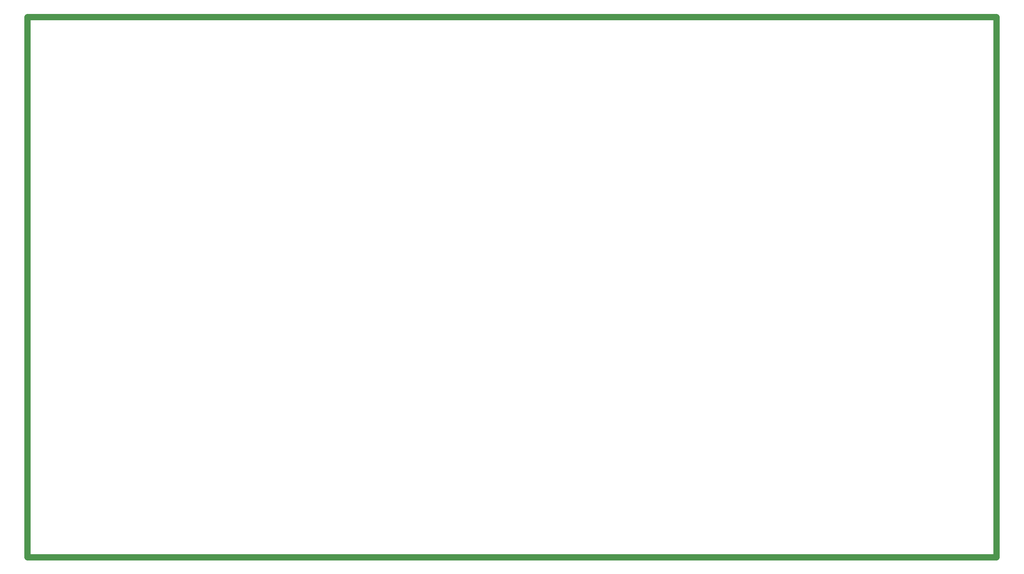
<source format=gbr>
%TF.GenerationSoftware,Altium Limited,Altium Designer,23.11.1 (41)*%
G04 Layer_Color=16711935*
%FSLAX45Y45*%
%MOMM*%
%TF.SameCoordinates,7081611A-E9FA-4801-99CF-350105B7A270*%
%TF.FilePolarity,Positive*%
%TF.FileFunction,Other,Mechanical_1*%
%TF.Part,Single*%
G01*
G75*
%TA.AperFunction,NonConductor*%
%ADD80C,1.20000*%
D80*
X18205000Y10142220D02*
X18205000Y-17780D01*
X-12700Y10142220D02*
X18205000D01*
X-12700Y-17780D02*
X18205000D01*
X-12700D02*
Y10142220D01*
%TF.MD5,6d538077e6e046c46133f53f589e52f5*%
M02*

</source>
